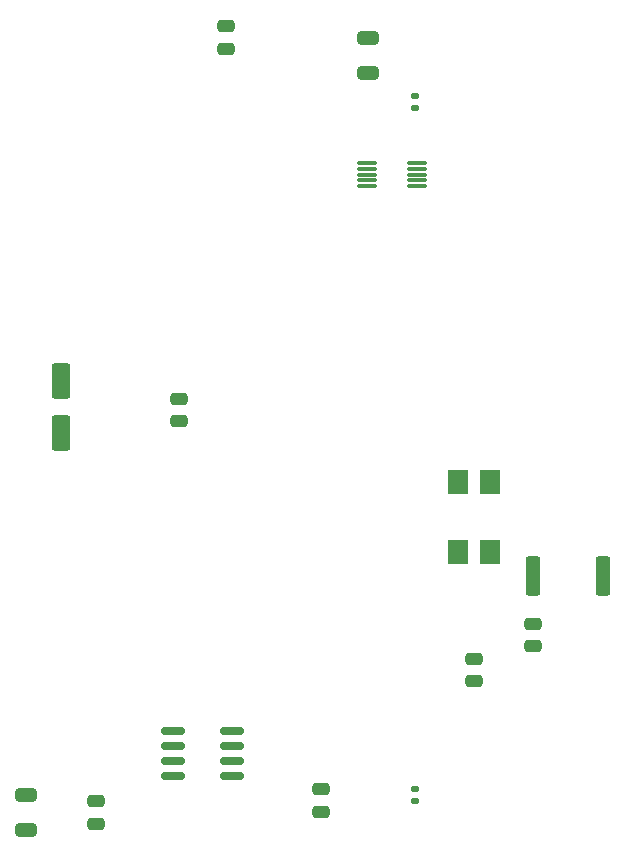
<source format=gbr>
%TF.GenerationSoftware,KiCad,Pcbnew,8.0.4*%
%TF.CreationDate,2024-08-01T00:28:38+02:00*%
%TF.ProjectId,new-signal-gen,6e65772d-7369-4676-9e61-6c2d67656e2e,rev?*%
%TF.SameCoordinates,Original*%
%TF.FileFunction,Paste,Top*%
%TF.FilePolarity,Positive*%
%FSLAX46Y46*%
G04 Gerber Fmt 4.6, Leading zero omitted, Abs format (unit mm)*
G04 Created by KiCad (PCBNEW 8.0.4) date 2024-08-01 00:28:38*
%MOMM*%
%LPD*%
G01*
G04 APERTURE LIST*
G04 Aperture macros list*
%AMRoundRect*
0 Rectangle with rounded corners*
0 $1 Rounding radius*
0 $2 $3 $4 $5 $6 $7 $8 $9 X,Y pos of 4 corners*
0 Add a 4 corners polygon primitive as box body*
4,1,4,$2,$3,$4,$5,$6,$7,$8,$9,$2,$3,0*
0 Add four circle primitives for the rounded corners*
1,1,$1+$1,$2,$3*
1,1,$1+$1,$4,$5*
1,1,$1+$1,$6,$7*
1,1,$1+$1,$8,$9*
0 Add four rect primitives between the rounded corners*
20,1,$1+$1,$2,$3,$4,$5,0*
20,1,$1+$1,$4,$5,$6,$7,0*
20,1,$1+$1,$6,$7,$8,$9,0*
20,1,$1+$1,$8,$9,$2,$3,0*%
G04 Aperture macros list end*
%ADD10RoundRect,0.250000X-0.550000X1.250000X-0.550000X-1.250000X0.550000X-1.250000X0.550000X1.250000X0*%
%ADD11RoundRect,0.250000X-0.475000X0.250000X-0.475000X-0.250000X0.475000X-0.250000X0.475000X0.250000X0*%
%ADD12RoundRect,0.135000X-0.185000X0.135000X-0.185000X-0.135000X0.185000X-0.135000X0.185000X0.135000X0*%
%ADD13RoundRect,0.250000X0.475000X-0.250000X0.475000X0.250000X-0.475000X0.250000X-0.475000X-0.250000X0*%
%ADD14RoundRect,0.250000X0.650000X-0.325000X0.650000X0.325000X-0.650000X0.325000X-0.650000X-0.325000X0*%
%ADD15R,1.700000X2.100000*%
%ADD16RoundRect,0.250000X0.362500X1.425000X-0.362500X1.425000X-0.362500X-1.425000X0.362500X-1.425000X0*%
%ADD17RoundRect,0.150000X-0.825000X-0.150000X0.825000X-0.150000X0.825000X0.150000X-0.825000X0.150000X0*%
%ADD18RoundRect,0.087500X-0.725000X-0.087500X0.725000X-0.087500X0.725000X0.087500X-0.725000X0.087500X0*%
%ADD19RoundRect,0.140000X-0.170000X0.140000X-0.170000X-0.140000X0.170000X-0.140000X0.170000X0.140000X0*%
%ADD20RoundRect,0.250000X-0.650000X0.325000X-0.650000X-0.325000X0.650000X-0.325000X0.650000X0.325000X0*%
G04 APERTURE END LIST*
D10*
%TO.C,C11*%
X118000000Y-93487500D03*
X118000000Y-97887500D03*
%TD*%
D11*
%TO.C,C5*%
X153000000Y-117000000D03*
X153000000Y-118900000D03*
%TD*%
D12*
%TO.C,R1*%
X148000000Y-69367500D03*
X148000000Y-70387500D03*
%TD*%
D13*
%TO.C,C10*%
X132000000Y-65337500D03*
X132000000Y-63437500D03*
%TD*%
D14*
%TO.C,C9*%
X144000000Y-67362500D03*
X144000000Y-64412500D03*
%TD*%
D15*
%TO.C,X1*%
X154350000Y-107950000D03*
X154350000Y-102050000D03*
X151650000Y-102050000D03*
X151650000Y-107950000D03*
%TD*%
D16*
%TO.C,R2*%
X163925000Y-110000000D03*
X158000000Y-110000000D03*
%TD*%
D11*
%TO.C,C1*%
X121000000Y-129050000D03*
X121000000Y-130950000D03*
%TD*%
%TO.C,C3*%
X140000000Y-128050000D03*
X140000000Y-129950000D03*
%TD*%
D17*
%TO.C,U2*%
X127525000Y-123095000D03*
X127525000Y-124365000D03*
X127525000Y-125635000D03*
X127525000Y-126905000D03*
X132475000Y-126905000D03*
X132475000Y-125635000D03*
X132475000Y-124365000D03*
X132475000Y-123095000D03*
%TD*%
D18*
%TO.C,U1*%
X143887500Y-75000000D03*
X143887500Y-75500000D03*
X143887500Y-76000000D03*
X143887500Y-76500000D03*
X143887500Y-77000000D03*
X148112500Y-77000000D03*
X148112500Y-76500000D03*
X148112500Y-76000000D03*
X148112500Y-75500000D03*
X148112500Y-75000000D03*
%TD*%
D19*
%TO.C,C4*%
X148000000Y-128040000D03*
X148000000Y-129000000D03*
%TD*%
D20*
%TO.C,C2*%
X115000000Y-128525000D03*
X115000000Y-131475000D03*
%TD*%
D11*
%TO.C,C6*%
X158000000Y-114050000D03*
X158000000Y-115950000D03*
%TD*%
D13*
%TO.C,C8*%
X128000000Y-96887500D03*
X128000000Y-94987500D03*
%TD*%
M02*

</source>
